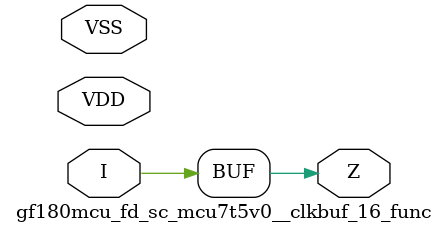
<source format=v>

module gf180mcu_fd_sc_mcu7t5v0__clkbuf_16_func( I, Z, VDD, VSS );
input I;
inout VDD, VSS;
output Z;

	buf MGM_BG_0( Z, I );

endmodule

</source>
